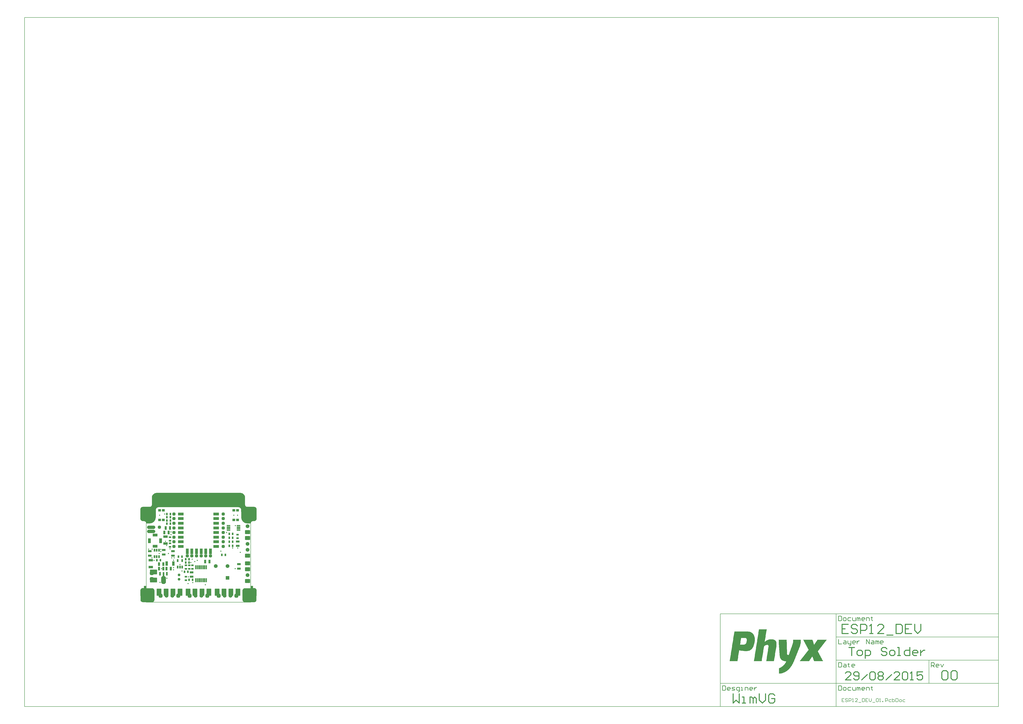
<source format=gts>
G04 Layer_Color=8388736*
%FSLAX25Y25*%
%MOIN*%
G70*
G01*
G75*
%ADD10C,0.00787*%
%ADD13C,0.00787*%
%ADD14C,0.01575*%
%ADD41C,0.00984*%
%ADD56R,0.03937X0.05906*%
%ADD57R,0.02953X0.04528*%
G04:AMPARAMS|DCode=58|XSize=80.71mil|YSize=131.89mil|CornerRadius=0mil|HoleSize=0mil|Usage=FLASHONLY|Rotation=0.000|XOffset=0mil|YOffset=0mil|HoleType=Round|Shape=Octagon|*
%AMOCTAGOND58*
4,1,8,-0.02018,0.06594,0.02018,0.06594,0.04035,0.04577,0.04035,-0.04577,0.02018,-0.06594,-0.02018,-0.06594,-0.04035,-0.04577,-0.04035,0.04577,-0.02018,0.06594,0.0*
%
%ADD58OCTAGOND58*%

%ADD59R,0.02953X0.06102*%
%ADD60R,0.02953X0.07677*%
%ADD61R,0.06496X0.03347*%
%ADD62R,0.04134X0.07677*%
%ADD63R,0.08465X0.04921*%
%ADD64R,0.04921X0.08465*%
%ADD65R,0.02953X0.04134*%
%ADD66R,0.03347X0.06496*%
%ADD67R,0.01969X0.06890*%
G04:AMPARAMS|DCode=68|XSize=88.58mil|YSize=64.96mil|CornerRadius=10.34mil|HoleSize=0mil|Usage=FLASHONLY|Rotation=180.000|XOffset=0mil|YOffset=0mil|HoleType=Round|Shape=RoundedRectangle|*
%AMROUNDEDRECTD68*
21,1,0.08858,0.04429,0,0,180.0*
21,1,0.06791,0.06496,0,0,180.0*
1,1,0.02067,-0.03396,0.02215*
1,1,0.02067,0.03396,0.02215*
1,1,0.02067,0.03396,-0.02215*
1,1,0.02067,-0.03396,-0.02215*
%
%ADD68ROUNDEDRECTD68*%
G04:AMPARAMS|DCode=69|XSize=120.47mil|YSize=81.1mil|CornerRadius=5.12mil|HoleSize=0mil|Usage=FLASHONLY|Rotation=90.000|XOffset=0mil|YOffset=0mil|HoleType=Round|Shape=RoundedRectangle|*
%AMROUNDEDRECTD69*
21,1,0.12047,0.07087,0,0,90.0*
21,1,0.11024,0.08110,0,0,90.0*
1,1,0.01024,0.03543,0.05512*
1,1,0.01024,0.03543,-0.05512*
1,1,0.01024,-0.03543,-0.05512*
1,1,0.01024,-0.03543,0.05512*
%
%ADD69ROUNDEDRECTD69*%
%ADD70R,0.04134X0.02953*%
G04:AMPARAMS|DCode=71|XSize=120.47mil|YSize=81.1mil|CornerRadius=5.12mil|HoleSize=0mil|Usage=FLASHONLY|Rotation=180.000|XOffset=0mil|YOffset=0mil|HoleType=Round|Shape=RoundedRectangle|*
%AMROUNDEDRECTD71*
21,1,0.12047,0.07087,0,0,180.0*
21,1,0.11024,0.08110,0,0,180.0*
1,1,0.01024,-0.05512,0.03543*
1,1,0.01024,0.05512,0.03543*
1,1,0.01024,0.05512,-0.03543*
1,1,0.01024,-0.05512,-0.03543*
%
%ADD71ROUNDEDRECTD71*%
%ADD72R,0.04528X0.04134*%
%ADD73R,0.04528X0.09449*%
%ADD74R,0.09449X0.04528*%
%ADD75R,0.05906X0.02165*%
%ADD76R,0.07677X0.04134*%
%ADD77C,0.05709*%
%ADD78C,0.05709*%
%ADD79R,0.06496X0.06496*%
%ADD80C,0.06496*%
G04:AMPARAMS|DCode=81|XSize=64.96mil|YSize=64.96mil|CornerRadius=17.72mil|HoleSize=0mil|Usage=FLASHONLY|Rotation=180.000|XOffset=0mil|YOffset=0mil|HoleType=Round|Shape=RoundedRectangle|*
%AMROUNDEDRECTD81*
21,1,0.06496,0.02953,0,0,180.0*
21,1,0.02953,0.06496,0,0,180.0*
1,1,0.03543,-0.01476,0.01476*
1,1,0.03543,0.01476,0.01476*
1,1,0.03543,0.01476,-0.01476*
1,1,0.03543,-0.01476,-0.01476*
%
%ADD81ROUNDEDRECTD81*%
G04:AMPARAMS|DCode=82|XSize=64.96mil|YSize=64.96mil|CornerRadius=17.72mil|HoleSize=0mil|Usage=FLASHONLY|Rotation=90.000|XOffset=0mil|YOffset=0mil|HoleType=Round|Shape=RoundedRectangle|*
%AMROUNDEDRECTD82*
21,1,0.06496,0.02953,0,0,90.0*
21,1,0.02953,0.06496,0,0,90.0*
1,1,0.03543,0.01476,0.01476*
1,1,0.03543,0.01476,-0.01476*
1,1,0.03543,-0.01476,-0.01476*
1,1,0.03543,-0.01476,0.01476*
%
%ADD82ROUNDEDRECTD82*%
%ADD83C,0.06496*%
%ADD84R,0.06496X0.06496*%
%ADD85C,0.22441*%
%ADD86C,0.04528*%
%ADD87C,0.01969*%
G36*
X20713Y23521D02*
X21670Y23124D01*
X22493Y22493D01*
X23124Y21670D01*
X23521Y20713D01*
X23622Y19943D01*
Y19685D01*
Y3937D01*
Y3679D01*
X23521Y2909D01*
X23124Y1952D01*
X22493Y1129D01*
X21670Y498D01*
X20713Y101D01*
X19943Y0D01*
X3679D01*
X2909Y101D01*
X1952Y498D01*
X1129Y1129D01*
X498Y1952D01*
X101Y2909D01*
X0Y3679D01*
Y3937D01*
Y19685D01*
Y19943D01*
X101Y20713D01*
X498Y21670D01*
X1129Y22493D01*
X1952Y23124D01*
X2909Y23521D01*
X3679Y23622D01*
X19943D01*
X20713Y23521D01*
D02*
G37*
G36*
X193941D02*
X194899Y23124D01*
X195721Y22493D01*
X196352Y21670D01*
X196749Y20713D01*
X196850Y19943D01*
Y19685D01*
Y3937D01*
Y3679D01*
X196749Y2909D01*
X196352Y1952D01*
X195721Y1129D01*
X194899Y498D01*
X193941Y101D01*
X193171Y0D01*
X176907D01*
X176138Y101D01*
X175180Y498D01*
X174357Y1129D01*
X173726Y1952D01*
X173330Y2909D01*
X173228Y3679D01*
Y3937D01*
Y19685D01*
Y19943D01*
X173330Y20713D01*
X173726Y21670D01*
X174357Y22493D01*
X175180Y23124D01*
X176138Y23521D01*
X176907Y23622D01*
X193171D01*
X193941Y23521D01*
D02*
G37*
G36*
X170920Y185353D02*
X172486Y184878D01*
X173929Y184106D01*
X174877Y183328D01*
X175165Y183040D01*
X175450Y182755D01*
X176215Y181822D01*
X176975Y180402D01*
X177442Y178860D01*
X177560Y177659D01*
Y177258D01*
Y163617D01*
X177663Y163369D01*
X178295Y162546D01*
X179117Y161915D01*
X180075Y161519D01*
X180844Y161417D01*
X193171D01*
X193941Y161316D01*
X194899Y160919D01*
X195721Y160288D01*
X196352Y159466D01*
X196749Y158508D01*
X196850Y157738D01*
Y157480D01*
Y141732D01*
Y141474D01*
X196749Y140705D01*
X196352Y139747D01*
X195721Y138924D01*
X194899Y138293D01*
X193941Y137897D01*
X193171Y137795D01*
X190687D01*
X189917Y137694D01*
X188959Y137297D01*
X188137Y136666D01*
X187506Y135844D01*
X187109Y134886D01*
X187008Y134116D01*
Y133858D01*
X187008Y133858D01*
X180769D01*
X179299Y134003D01*
X177415Y134575D01*
X175677Y135503D01*
X174155Y136753D01*
X172905Y138276D01*
X171976Y140013D01*
X171405Y141898D01*
X171260Y143367D01*
Y143858D01*
Y153148D01*
X171181D01*
X170957Y153241D01*
X170865Y153465D01*
Y153543D01*
Y156417D01*
Y156719D01*
X170746Y157619D01*
X170282Y158740D01*
X169544Y159702D01*
X168582Y160440D01*
X167462Y160904D01*
X166562Y161022D01*
X30289D01*
X29388Y160904D01*
X28268Y160440D01*
X27306Y159702D01*
X26568Y158740D01*
X26104Y157619D01*
X25986Y156719D01*
Y156417D01*
Y153543D01*
Y153465D01*
X25893Y153241D01*
X25669Y153148D01*
X25591D01*
Y143858D01*
Y143367D01*
X25446Y141898D01*
X24874Y140013D01*
X23945Y138276D01*
X22696Y136753D01*
X21173Y135503D01*
X19436Y134575D01*
X17551Y134003D01*
X16082Y133858D01*
X9843D01*
X9843Y133858D01*
Y134116D01*
X9741Y134886D01*
X9345Y135844D01*
X8713Y136666D01*
X7891Y137297D01*
X6933Y137694D01*
X6164Y137795D01*
X3679D01*
X2909Y137897D01*
X1952Y138293D01*
X1129Y138924D01*
X498Y139747D01*
X101Y140705D01*
X0Y141474D01*
Y141732D01*
Y157480D01*
Y157738D01*
X101Y158508D01*
X498Y159466D01*
X1129Y160288D01*
X1952Y160919D01*
X2909Y161316D01*
X3679Y161417D01*
X16006D01*
X16776Y161519D01*
X17733Y161915D01*
X18556Y162546D01*
X19187Y163369D01*
X19290Y163617D01*
Y177258D01*
Y177659D01*
X19408Y178860D01*
X19876Y180402D01*
X20635Y181822D01*
X21401Y182755D01*
X21685Y183040D01*
X21973Y183328D01*
X22921Y184106D01*
X24365Y184878D01*
X25931Y185353D01*
X27151Y185473D01*
X169699D01*
X170920Y185353D01*
D02*
G37*
G36*
X1121080Y-64032D02*
Y-64318D01*
Y-64605D01*
Y-64891D01*
Y-65177D01*
Y-65464D01*
Y-65750D01*
Y-66036D01*
Y-66322D01*
Y-66609D01*
Y-66895D01*
Y-67181D01*
Y-67468D01*
Y-67754D01*
Y-68040D01*
Y-68327D01*
Y-68613D01*
Y-68899D01*
Y-69186D01*
Y-69472D01*
Y-69758D01*
X1120793D01*
Y-70044D01*
Y-70331D01*
Y-70617D01*
Y-70903D01*
Y-71190D01*
X1120507D01*
Y-71476D01*
Y-71762D01*
Y-72049D01*
Y-72335D01*
X1120221D01*
Y-72621D01*
Y-72908D01*
Y-73194D01*
Y-73480D01*
X1119934D01*
Y-73767D01*
Y-74053D01*
Y-74339D01*
X1119648D01*
Y-74625D01*
Y-74912D01*
Y-75198D01*
X1119362D01*
Y-75485D01*
Y-75771D01*
Y-76057D01*
X1119075D01*
Y-76343D01*
Y-76630D01*
Y-76916D01*
X1118789D01*
Y-77202D01*
Y-77489D01*
X1118503D01*
Y-77775D01*
Y-78061D01*
X1118217D01*
Y-78348D01*
Y-78634D01*
Y-78920D01*
X1117930D01*
Y-79207D01*
Y-79493D01*
X1117644D01*
Y-79779D01*
Y-80066D01*
Y-80352D01*
X1117358D01*
Y-80638D01*
Y-80924D01*
X1117071D01*
Y-81211D01*
Y-81497D01*
Y-81783D01*
X1116785D01*
Y-82070D01*
Y-82356D01*
X1116499D01*
Y-82642D01*
Y-82929D01*
Y-83215D01*
X1116212D01*
Y-83501D01*
Y-83788D01*
X1115926D01*
Y-84074D01*
Y-84360D01*
Y-84646D01*
X1115640D01*
Y-84933D01*
Y-85219D01*
X1115353D01*
Y-85505D01*
Y-85792D01*
Y-86078D01*
X1115067D01*
Y-86364D01*
Y-86651D01*
X1114781D01*
Y-86937D01*
Y-87223D01*
Y-87510D01*
X1114494D01*
Y-87796D01*
Y-88082D01*
X1114208D01*
Y-88369D01*
Y-88655D01*
Y-88941D01*
X1113922D01*
Y-89227D01*
Y-89514D01*
X1113636D01*
Y-89800D01*
Y-90086D01*
Y-90373D01*
X1113349D01*
Y-90659D01*
Y-90945D01*
X1113063D01*
Y-91232D01*
Y-91518D01*
Y-91804D01*
X1112776D01*
Y-92091D01*
Y-92377D01*
X1112490D01*
Y-92663D01*
Y-92950D01*
Y-93236D01*
X1112204D01*
Y-93522D01*
Y-93809D01*
X1111918D01*
Y-94095D01*
Y-94381D01*
Y-94667D01*
X1111631D01*
Y-94954D01*
Y-95240D01*
X1111345D01*
Y-95526D01*
Y-95813D01*
Y-96099D01*
X1111059D01*
Y-96385D01*
Y-96672D01*
X1110772D01*
Y-96958D01*
Y-97244D01*
Y-97531D01*
X1110486D01*
Y-97817D01*
Y-98103D01*
X1110200D01*
Y-98390D01*
Y-98676D01*
Y-98962D01*
X1109913D01*
Y-99248D01*
Y-99535D01*
X1109627D01*
Y-99821D01*
Y-100107D01*
Y-100394D01*
X1109341D01*
Y-100680D01*
Y-100966D01*
X1109054D01*
Y-101253D01*
Y-101539D01*
X1108768D01*
Y-101825D01*
Y-102112D01*
X1108482D01*
Y-102398D01*
Y-102684D01*
Y-102971D01*
X1108195D01*
Y-103257D01*
X1107909D01*
Y-103543D01*
Y-103829D01*
Y-104116D01*
X1107623D01*
Y-104402D01*
X1107337D01*
Y-104688D01*
Y-104975D01*
X1107050D01*
Y-105261D01*
Y-105547D01*
X1106764D01*
Y-105834D01*
Y-106120D01*
X1106478D01*
Y-106406D01*
Y-106693D01*
X1106191D01*
Y-106979D01*
X1105905D01*
Y-107265D01*
Y-107552D01*
X1105619D01*
Y-107838D01*
Y-108124D01*
X1105332D01*
Y-108411D01*
X1105046D01*
Y-108697D01*
X1104760D01*
Y-108983D01*
Y-109269D01*
X1104473D01*
Y-109556D01*
X1104187D01*
Y-109842D01*
Y-110128D01*
X1103901D01*
Y-110415D01*
X1103615D01*
Y-110701D01*
X1103328D01*
Y-110987D01*
Y-111274D01*
X1103042D01*
Y-111560D01*
X1102756D01*
Y-111846D01*
X1102469D01*
Y-112133D01*
X1102183D01*
Y-112419D01*
X1101897D01*
Y-112705D01*
Y-112991D01*
X1101610D01*
Y-113278D01*
X1101324D01*
Y-113564D01*
X1101038D01*
Y-113850D01*
X1100751D01*
Y-114137D01*
X1100465D01*
Y-114423D01*
X1100179D01*
Y-114709D01*
X1099892D01*
Y-114996D01*
X1099320D01*
Y-115282D01*
X1099034D01*
Y-115568D01*
X1098747D01*
Y-115855D01*
X1098461D01*
Y-116141D01*
X1098175D01*
Y-116427D01*
X1097602D01*
Y-116714D01*
X1097316D01*
Y-117000D01*
X1096743D01*
Y-117286D01*
X1096457D01*
Y-117572D01*
X1095884D01*
Y-117859D01*
X1095598D01*
Y-118145D01*
X1095025D01*
Y-118431D01*
X1094452D01*
Y-118718D01*
X1093880D01*
Y-119004D01*
X1093307D01*
Y-119290D01*
X1092735D01*
Y-119577D01*
X1091876D01*
Y-119863D01*
X1091303D01*
Y-120149D01*
X1090444D01*
Y-120436D01*
X1089299D01*
Y-120722D01*
X1088154D01*
Y-121008D01*
X1086436D01*
Y-121294D01*
X1084432D01*
Y-121581D01*
X1084145D01*
Y-121294D01*
Y-121008D01*
Y-120722D01*
Y-120436D01*
Y-120149D01*
Y-119863D01*
Y-119577D01*
Y-119290D01*
Y-119004D01*
Y-118718D01*
Y-118431D01*
Y-118145D01*
Y-117859D01*
Y-117572D01*
Y-117286D01*
Y-117000D01*
Y-116714D01*
Y-116427D01*
Y-116141D01*
Y-115855D01*
Y-115568D01*
Y-115282D01*
Y-114996D01*
Y-114709D01*
Y-114423D01*
Y-114137D01*
Y-113850D01*
Y-113564D01*
Y-113278D01*
Y-112991D01*
Y-112705D01*
Y-112419D01*
Y-112133D01*
X1084718D01*
Y-111846D01*
X1085291D01*
Y-111560D01*
X1085863D01*
Y-111274D01*
X1086436D01*
Y-110987D01*
X1087008D01*
Y-110701D01*
X1087581D01*
Y-110415D01*
X1087867D01*
Y-110128D01*
X1088440D01*
Y-109842D01*
X1088726D01*
Y-109556D01*
X1089299D01*
Y-109269D01*
X1089585D01*
Y-108983D01*
X1089872D01*
Y-108697D01*
X1090444D01*
Y-108411D01*
X1090730D01*
Y-108124D01*
X1091017D01*
Y-107838D01*
X1091303D01*
Y-107552D01*
X1091589D01*
Y-107265D01*
X1091876D01*
Y-106979D01*
X1092162D01*
Y-106693D01*
X1092448D01*
Y-106406D01*
X1092735D01*
Y-106120D01*
X1093021D01*
Y-105834D01*
X1093307D01*
Y-105547D01*
X1093594D01*
Y-105261D01*
Y-104975D01*
X1093880D01*
Y-104688D01*
X1094166D01*
Y-104402D01*
X1094452D01*
Y-104116D01*
Y-103829D01*
X1094739D01*
Y-103543D01*
X1095025D01*
Y-103257D01*
Y-102971D01*
X1095311D01*
Y-102684D01*
Y-102398D01*
X1095598D01*
Y-102112D01*
X1095884D01*
Y-101825D01*
Y-101539D01*
X1096170D01*
Y-101253D01*
Y-100966D01*
X1096457D01*
Y-100680D01*
Y-100394D01*
X1094739D01*
Y-100107D01*
X1092735D01*
Y-99821D01*
X1091589D01*
Y-99535D01*
X1091017D01*
Y-99248D01*
X1090158D01*
Y-98962D01*
X1089585D01*
Y-98676D01*
X1089299D01*
Y-98390D01*
X1088726D01*
Y-98103D01*
X1088440D01*
Y-97817D01*
X1088154D01*
Y-97531D01*
X1087867D01*
Y-97244D01*
X1087581D01*
Y-96958D01*
X1087295D01*
Y-96672D01*
Y-96385D01*
X1087008D01*
Y-96099D01*
X1086722D01*
Y-95813D01*
Y-95526D01*
X1086436D01*
Y-95240D01*
Y-94954D01*
X1086149D01*
Y-94667D01*
Y-94381D01*
X1085863D01*
Y-94095D01*
Y-93809D01*
Y-93522D01*
X1085577D01*
Y-93236D01*
Y-92950D01*
Y-92663D01*
Y-92377D01*
X1085291D01*
Y-92091D01*
Y-91804D01*
Y-91518D01*
Y-91232D01*
Y-90945D01*
Y-90659D01*
Y-90373D01*
X1085004D01*
Y-90086D01*
Y-89800D01*
Y-89514D01*
Y-89227D01*
Y-88941D01*
Y-88655D01*
Y-88369D01*
Y-88082D01*
Y-87796D01*
Y-87510D01*
Y-87223D01*
Y-86937D01*
Y-86651D01*
Y-86364D01*
Y-86078D01*
X1084718D01*
Y-85792D01*
Y-85505D01*
Y-85219D01*
Y-84933D01*
Y-84646D01*
Y-84360D01*
Y-84074D01*
Y-83788D01*
Y-83501D01*
Y-83215D01*
Y-82929D01*
Y-82642D01*
Y-82356D01*
Y-82070D01*
Y-81783D01*
X1084432D01*
Y-81497D01*
Y-81211D01*
Y-80924D01*
Y-80638D01*
Y-80352D01*
Y-80066D01*
Y-79779D01*
Y-79493D01*
Y-79207D01*
Y-78920D01*
Y-78634D01*
Y-78348D01*
Y-78061D01*
Y-77775D01*
Y-77489D01*
Y-77202D01*
X1084145D01*
Y-76916D01*
Y-76630D01*
Y-76343D01*
Y-76057D01*
Y-75771D01*
Y-75485D01*
Y-75198D01*
Y-74912D01*
Y-74625D01*
Y-74339D01*
Y-74053D01*
Y-73767D01*
Y-73480D01*
Y-73194D01*
Y-72908D01*
Y-72621D01*
X1083859D01*
Y-72335D01*
Y-72049D01*
Y-71762D01*
Y-71476D01*
Y-71190D01*
Y-70903D01*
Y-70617D01*
Y-70331D01*
Y-70044D01*
Y-69758D01*
Y-69472D01*
Y-69186D01*
Y-68899D01*
Y-68613D01*
X1083573D01*
Y-68327D01*
Y-68040D01*
Y-67754D01*
Y-67468D01*
Y-67181D01*
Y-66895D01*
Y-66609D01*
Y-66322D01*
Y-66036D01*
Y-65750D01*
Y-65464D01*
Y-65177D01*
Y-64891D01*
Y-64605D01*
Y-64318D01*
Y-64032D01*
X1083286D01*
Y-63746D01*
X1097029D01*
Y-64032D01*
Y-64318D01*
Y-64605D01*
Y-64891D01*
Y-65177D01*
Y-65464D01*
Y-65750D01*
Y-66036D01*
Y-66322D01*
Y-66609D01*
Y-66895D01*
Y-67181D01*
Y-67468D01*
Y-67754D01*
X1097316D01*
Y-68040D01*
Y-68327D01*
Y-68613D01*
Y-68899D01*
Y-69186D01*
Y-69472D01*
Y-69758D01*
Y-70044D01*
Y-70331D01*
Y-70617D01*
Y-70903D01*
Y-71190D01*
Y-71476D01*
Y-71762D01*
Y-72049D01*
Y-72335D01*
Y-72621D01*
Y-72908D01*
Y-73194D01*
Y-73480D01*
Y-73767D01*
Y-74053D01*
Y-74339D01*
Y-74625D01*
Y-74912D01*
Y-75198D01*
Y-75485D01*
Y-75771D01*
Y-76057D01*
Y-76343D01*
Y-76630D01*
Y-76916D01*
Y-77202D01*
Y-77489D01*
Y-77775D01*
Y-78061D01*
Y-78348D01*
Y-78634D01*
Y-78920D01*
Y-79207D01*
Y-79493D01*
X1097602D01*
Y-79779D01*
X1097316D01*
Y-80066D01*
Y-80352D01*
X1097602D01*
Y-80638D01*
Y-80924D01*
Y-81211D01*
Y-81497D01*
Y-81783D01*
Y-82070D01*
Y-82356D01*
Y-82642D01*
Y-82929D01*
Y-83215D01*
Y-83501D01*
Y-83788D01*
Y-84074D01*
Y-84360D01*
Y-84646D01*
Y-84933D01*
Y-85219D01*
Y-85505D01*
Y-85792D01*
Y-86078D01*
Y-86364D01*
Y-86651D01*
Y-86937D01*
Y-87223D01*
Y-87510D01*
Y-87796D01*
X1097888D01*
Y-88082D01*
Y-88369D01*
Y-88655D01*
X1098175D01*
Y-88941D01*
X1098461D01*
Y-89227D01*
X1098747D01*
Y-89514D01*
X1099606D01*
Y-89800D01*
X1100465D01*
Y-89514D01*
X1100751D01*
Y-89227D01*
Y-88941D01*
Y-88655D01*
X1101038D01*
Y-88369D01*
Y-88082D01*
X1101324D01*
Y-87796D01*
Y-87510D01*
Y-87223D01*
X1101610D01*
Y-86937D01*
Y-86651D01*
Y-86364D01*
X1101897D01*
Y-86078D01*
Y-85792D01*
Y-85505D01*
X1102183D01*
Y-85219D01*
Y-84933D01*
Y-84646D01*
X1102469D01*
Y-84360D01*
Y-84074D01*
X1102756D01*
Y-83788D01*
Y-83501D01*
Y-83215D01*
X1103042D01*
Y-82929D01*
Y-82642D01*
Y-82356D01*
X1103328D01*
Y-82070D01*
Y-81783D01*
Y-81497D01*
X1103615D01*
Y-81211D01*
Y-80924D01*
X1103901D01*
Y-80638D01*
Y-80352D01*
Y-80066D01*
X1104187D01*
Y-79779D01*
Y-79493D01*
Y-79207D01*
X1104473D01*
Y-78920D01*
Y-78634D01*
Y-78348D01*
X1104760D01*
Y-78061D01*
Y-77775D01*
X1105046D01*
Y-77489D01*
Y-77202D01*
Y-76916D01*
X1105332D01*
Y-76630D01*
Y-76343D01*
Y-76057D01*
X1105619D01*
Y-75771D01*
Y-75485D01*
Y-75198D01*
X1105905D01*
Y-74912D01*
Y-74625D01*
X1106191D01*
Y-74339D01*
Y-74053D01*
Y-73767D01*
X1106478D01*
Y-73480D01*
Y-73194D01*
Y-72908D01*
X1106764D01*
Y-72621D01*
Y-72335D01*
Y-72049D01*
X1107050D01*
Y-71762D01*
Y-71476D01*
Y-71190D01*
Y-70903D01*
X1107337D01*
Y-70617D01*
Y-70331D01*
Y-70044D01*
Y-69758D01*
X1107623D01*
Y-69472D01*
Y-69186D01*
Y-68899D01*
Y-68613D01*
Y-68327D01*
X1107909D01*
Y-68040D01*
Y-67754D01*
Y-67468D01*
Y-67181D01*
Y-66895D01*
Y-66609D01*
X1108195D01*
Y-66322D01*
Y-66036D01*
Y-65750D01*
Y-65464D01*
Y-65177D01*
Y-64891D01*
Y-64605D01*
Y-64318D01*
Y-64032D01*
Y-63746D01*
X1121080D01*
Y-64032D01*
D02*
G37*
G36*
X1063244Y-46567D02*
Y-46853D01*
X1062958D01*
Y-47139D01*
Y-47426D01*
Y-47712D01*
Y-47998D01*
Y-48285D01*
Y-48571D01*
X1062672D01*
Y-48857D01*
Y-49144D01*
Y-49430D01*
Y-49716D01*
Y-50003D01*
Y-50289D01*
X1062385D01*
Y-50575D01*
Y-50862D01*
Y-51148D01*
Y-51434D01*
Y-51720D01*
Y-52007D01*
Y-52293D01*
X1062099D01*
Y-52579D01*
Y-52866D01*
Y-53152D01*
Y-53438D01*
Y-53725D01*
Y-54011D01*
X1061813D01*
Y-54297D01*
Y-54584D01*
Y-54870D01*
Y-55156D01*
Y-55443D01*
Y-55729D01*
X1061526D01*
Y-56015D01*
Y-56301D01*
Y-56588D01*
Y-56874D01*
Y-57161D01*
Y-57447D01*
Y-57733D01*
X1061240D01*
Y-58019D01*
Y-58306D01*
Y-58592D01*
Y-58878D01*
Y-59165D01*
Y-59451D01*
X1060954D01*
Y-59737D01*
Y-60024D01*
Y-60310D01*
Y-60596D01*
Y-60883D01*
Y-61169D01*
X1060668D01*
Y-61455D01*
Y-61742D01*
Y-62028D01*
Y-62314D01*
Y-62600D01*
Y-62887D01*
X1060381D01*
Y-63173D01*
Y-63459D01*
Y-63746D01*
Y-64032D01*
Y-64318D01*
Y-64605D01*
Y-64891D01*
X1060095D01*
Y-65177D01*
Y-65464D01*
Y-65750D01*
Y-66036D01*
Y-66322D01*
Y-66609D01*
X1059809D01*
Y-66895D01*
Y-67181D01*
X1060381D01*
Y-66895D01*
X1060668D01*
Y-66609D01*
X1060954D01*
Y-66322D01*
X1061526D01*
Y-66036D01*
X1061813D01*
Y-65750D01*
X1062099D01*
Y-65464D01*
X1062672D01*
Y-65177D01*
X1063244D01*
Y-64891D01*
X1063531D01*
Y-64605D01*
X1064103D01*
Y-64318D01*
X1064962D01*
Y-64032D01*
X1065535D01*
Y-63746D01*
X1066394D01*
Y-63459D01*
X1067825D01*
Y-63173D01*
X1074124D01*
Y-63459D01*
X1075270D01*
Y-63746D01*
X1076128D01*
Y-64032D01*
X1076701D01*
Y-64318D01*
X1076987D01*
Y-64605D01*
X1077560D01*
Y-64891D01*
X1077846D01*
Y-65177D01*
X1078133D01*
Y-65464D01*
X1078419D01*
Y-65750D01*
X1078705D01*
Y-66036D01*
Y-66322D01*
X1078992D01*
Y-66609D01*
Y-66895D01*
X1079278D01*
Y-67181D01*
Y-67468D01*
Y-67754D01*
X1079564D01*
Y-68040D01*
Y-68327D01*
Y-68613D01*
Y-68899D01*
X1079850D01*
Y-69186D01*
Y-69472D01*
Y-69758D01*
Y-70044D01*
Y-70331D01*
Y-70617D01*
Y-70903D01*
Y-71190D01*
Y-71476D01*
Y-71762D01*
Y-72049D01*
Y-72335D01*
Y-72621D01*
Y-72908D01*
Y-73194D01*
Y-73480D01*
Y-73767D01*
Y-74053D01*
X1079564D01*
Y-74339D01*
Y-74625D01*
Y-74912D01*
Y-75198D01*
Y-75485D01*
Y-75771D01*
Y-76057D01*
X1079278D01*
Y-76343D01*
Y-76630D01*
Y-76916D01*
Y-77202D01*
Y-77489D01*
Y-77775D01*
Y-78061D01*
X1078992D01*
Y-78348D01*
Y-78634D01*
Y-78920D01*
Y-79207D01*
Y-79493D01*
Y-79779D01*
X1078705D01*
Y-80066D01*
Y-80352D01*
Y-80638D01*
Y-80924D01*
Y-81211D01*
Y-81497D01*
X1078419D01*
Y-81783D01*
Y-82070D01*
Y-82356D01*
Y-82642D01*
Y-82929D01*
Y-83215D01*
X1078133D01*
Y-83501D01*
Y-83788D01*
Y-84074D01*
Y-84360D01*
Y-84646D01*
Y-84933D01*
Y-85219D01*
X1077846D01*
Y-85505D01*
Y-85792D01*
Y-86078D01*
Y-86364D01*
Y-86651D01*
Y-86937D01*
X1077560D01*
Y-87223D01*
Y-87510D01*
Y-87796D01*
Y-88082D01*
Y-88369D01*
Y-88655D01*
X1077274D01*
Y-88941D01*
Y-89227D01*
Y-89514D01*
Y-89800D01*
Y-90086D01*
Y-90373D01*
Y-90659D01*
X1076987D01*
Y-90945D01*
Y-91232D01*
Y-91518D01*
Y-91804D01*
Y-92091D01*
Y-92377D01*
X1076701D01*
Y-92663D01*
Y-92950D01*
Y-93236D01*
Y-93522D01*
Y-93809D01*
Y-94095D01*
X1076415D01*
Y-94381D01*
Y-94667D01*
Y-94954D01*
Y-95240D01*
Y-95526D01*
Y-95813D01*
X1076128D01*
Y-96099D01*
Y-96385D01*
Y-96672D01*
Y-96958D01*
Y-97244D01*
Y-97531D01*
Y-97817D01*
X1075842D01*
Y-98103D01*
Y-98390D01*
Y-98676D01*
Y-98962D01*
Y-99248D01*
Y-99535D01*
X1075556D01*
Y-99821D01*
Y-100107D01*
X1062385D01*
Y-99821D01*
Y-99535D01*
X1062672D01*
Y-99248D01*
Y-98962D01*
Y-98676D01*
Y-98390D01*
Y-98103D01*
Y-97817D01*
X1062958D01*
Y-97531D01*
Y-97244D01*
Y-96958D01*
Y-96672D01*
Y-96385D01*
Y-96099D01*
Y-95813D01*
X1063244D01*
Y-95526D01*
Y-95240D01*
Y-94954D01*
Y-94667D01*
Y-94381D01*
Y-94095D01*
X1063531D01*
Y-93809D01*
Y-93522D01*
Y-93236D01*
Y-92950D01*
Y-92663D01*
Y-92377D01*
X1063817D01*
Y-92091D01*
Y-91804D01*
Y-91518D01*
Y-91232D01*
Y-90945D01*
Y-90659D01*
Y-90373D01*
X1064103D01*
Y-90086D01*
Y-89800D01*
Y-89514D01*
Y-89227D01*
Y-88941D01*
Y-88655D01*
X1064390D01*
Y-88369D01*
Y-88082D01*
Y-87796D01*
Y-87510D01*
Y-87223D01*
Y-86937D01*
Y-86651D01*
X1064676D01*
Y-86364D01*
Y-86078D01*
Y-85792D01*
Y-85505D01*
Y-85219D01*
Y-84933D01*
X1064962D01*
Y-84646D01*
Y-84360D01*
Y-84074D01*
Y-83788D01*
Y-83501D01*
Y-83215D01*
X1065249D01*
Y-82929D01*
Y-82642D01*
Y-82356D01*
Y-82070D01*
Y-81783D01*
Y-81497D01*
X1065535D01*
Y-81211D01*
Y-80924D01*
Y-80638D01*
Y-80352D01*
Y-80066D01*
Y-79779D01*
Y-79493D01*
X1065821D01*
Y-79207D01*
Y-78920D01*
Y-78634D01*
Y-78348D01*
Y-78061D01*
Y-77775D01*
X1066107D01*
Y-77489D01*
Y-77202D01*
Y-76916D01*
Y-76630D01*
Y-76343D01*
Y-76057D01*
Y-75771D01*
X1066394D01*
Y-75485D01*
Y-75198D01*
Y-74912D01*
Y-74625D01*
Y-74339D01*
Y-74053D01*
X1066107D01*
Y-73767D01*
Y-73480D01*
X1065821D01*
Y-73194D01*
X1065535D01*
Y-72908D01*
X1064962D01*
Y-72621D01*
X1063244D01*
Y-72908D01*
X1061813D01*
Y-73194D01*
X1060954D01*
Y-73480D01*
X1060381D01*
Y-73767D01*
X1060095D01*
Y-74053D01*
X1059522D01*
Y-74339D01*
X1059236D01*
Y-74625D01*
X1058950D01*
Y-74912D01*
Y-75198D01*
X1058663D01*
Y-75485D01*
Y-75771D01*
Y-76057D01*
X1058377D01*
Y-76343D01*
Y-76630D01*
Y-76916D01*
Y-77202D01*
Y-77489D01*
Y-77775D01*
X1058091D01*
Y-78061D01*
Y-78348D01*
Y-78634D01*
Y-78920D01*
Y-79207D01*
Y-79493D01*
Y-79779D01*
X1057804D01*
Y-80066D01*
Y-80352D01*
Y-80638D01*
Y-80924D01*
Y-81211D01*
Y-81497D01*
X1057518D01*
Y-81783D01*
Y-82070D01*
Y-82356D01*
Y-82642D01*
Y-82929D01*
Y-83215D01*
X1057232D01*
Y-83501D01*
Y-83788D01*
Y-84074D01*
Y-84360D01*
Y-84646D01*
Y-84933D01*
X1056946D01*
Y-85219D01*
Y-85505D01*
Y-85792D01*
Y-86078D01*
Y-86364D01*
Y-86651D01*
Y-86937D01*
X1056659D01*
Y-87223D01*
Y-87510D01*
Y-87796D01*
Y-88082D01*
Y-88369D01*
Y-88655D01*
X1056373D01*
Y-88941D01*
Y-89227D01*
Y-89514D01*
Y-89800D01*
Y-90086D01*
Y-90373D01*
X1056087D01*
Y-90659D01*
Y-90945D01*
Y-91232D01*
Y-91518D01*
Y-91804D01*
Y-92091D01*
Y-92377D01*
X1055800D01*
Y-92663D01*
Y-92950D01*
Y-93236D01*
Y-93522D01*
Y-93809D01*
Y-94095D01*
X1055514D01*
Y-94381D01*
Y-94667D01*
Y-94954D01*
Y-95240D01*
Y-95526D01*
Y-95813D01*
X1055228D01*
Y-96099D01*
Y-96385D01*
Y-96672D01*
Y-96958D01*
Y-97244D01*
Y-97531D01*
X1054941D01*
Y-97817D01*
Y-98103D01*
Y-98390D01*
Y-98676D01*
Y-98962D01*
Y-99248D01*
Y-99535D01*
X1054655D01*
Y-99821D01*
Y-100107D01*
X1041485D01*
Y-99821D01*
Y-99535D01*
X1041771D01*
Y-99248D01*
Y-98962D01*
Y-98676D01*
Y-98390D01*
Y-98103D01*
Y-97817D01*
Y-97531D01*
X1042057D01*
Y-97244D01*
Y-96958D01*
Y-96672D01*
Y-96385D01*
Y-96099D01*
Y-95813D01*
X1042344D01*
Y-95526D01*
Y-95240D01*
Y-94954D01*
Y-94667D01*
Y-94381D01*
Y-94095D01*
X1042630D01*
Y-93809D01*
Y-93522D01*
Y-93236D01*
Y-92950D01*
Y-92663D01*
Y-92377D01*
Y-92091D01*
X1042916D01*
Y-91804D01*
Y-91518D01*
Y-91232D01*
Y-90945D01*
Y-90659D01*
Y-90373D01*
X1043202D01*
Y-90086D01*
Y-89800D01*
Y-89514D01*
Y-89227D01*
Y-88941D01*
Y-88655D01*
X1043489D01*
Y-88369D01*
Y-88082D01*
Y-87796D01*
Y-87510D01*
Y-87223D01*
Y-86937D01*
X1043775D01*
Y-86651D01*
Y-86364D01*
Y-86078D01*
Y-85792D01*
Y-85505D01*
Y-85219D01*
Y-84933D01*
X1044061D01*
Y-84646D01*
Y-84360D01*
Y-84074D01*
Y-83788D01*
Y-83501D01*
Y-83215D01*
X1044348D01*
Y-82929D01*
Y-82642D01*
Y-82356D01*
Y-82070D01*
Y-81783D01*
Y-81497D01*
X1044634D01*
Y-81211D01*
Y-80924D01*
Y-80638D01*
Y-80352D01*
Y-80066D01*
Y-79779D01*
Y-79493D01*
X1044920D01*
Y-79207D01*
Y-78920D01*
Y-78634D01*
Y-78348D01*
Y-78061D01*
Y-77775D01*
X1045207D01*
Y-77489D01*
Y-77202D01*
Y-76916D01*
Y-76630D01*
Y-76343D01*
Y-76057D01*
X1045493D01*
Y-75771D01*
Y-75485D01*
Y-75198D01*
Y-74912D01*
Y-74625D01*
Y-74339D01*
X1045779D01*
Y-74053D01*
Y-73767D01*
Y-73480D01*
Y-73194D01*
Y-72908D01*
Y-72621D01*
Y-72335D01*
X1046066D01*
Y-72049D01*
Y-71762D01*
Y-71476D01*
Y-71190D01*
Y-70903D01*
Y-70617D01*
X1046352D01*
Y-70331D01*
Y-70044D01*
Y-69758D01*
Y-69472D01*
Y-69186D01*
Y-68899D01*
X1046638D01*
Y-68613D01*
Y-68327D01*
Y-68040D01*
Y-67754D01*
Y-67468D01*
Y-67181D01*
X1046925D01*
Y-66895D01*
Y-66609D01*
Y-66322D01*
Y-66036D01*
Y-65750D01*
Y-65464D01*
Y-65177D01*
X1047211D01*
Y-64891D01*
Y-64605D01*
Y-64318D01*
Y-64032D01*
Y-63746D01*
Y-63459D01*
X1047497D01*
Y-63173D01*
Y-62887D01*
Y-62600D01*
Y-62314D01*
Y-62028D01*
Y-61742D01*
X1047783D01*
Y-61455D01*
Y-61169D01*
Y-60883D01*
Y-60596D01*
Y-60310D01*
Y-60024D01*
Y-59737D01*
X1048070D01*
Y-59451D01*
Y-59165D01*
Y-58878D01*
Y-58592D01*
Y-58306D01*
Y-58019D01*
X1048356D01*
Y-57733D01*
Y-57447D01*
Y-57161D01*
Y-56874D01*
Y-56588D01*
Y-56301D01*
X1048642D01*
Y-56015D01*
Y-55729D01*
Y-55443D01*
Y-55156D01*
Y-54870D01*
Y-54584D01*
X1048929D01*
Y-54297D01*
Y-54011D01*
Y-53725D01*
Y-53438D01*
Y-53152D01*
Y-52866D01*
Y-52579D01*
X1049215D01*
Y-52293D01*
Y-52007D01*
Y-51720D01*
Y-51434D01*
Y-51148D01*
Y-50862D01*
X1049501D01*
Y-50575D01*
Y-50289D01*
Y-50003D01*
Y-49716D01*
Y-49430D01*
Y-49144D01*
X1049788D01*
Y-48857D01*
Y-48571D01*
Y-48285D01*
Y-47998D01*
Y-47712D01*
Y-47426D01*
Y-47139D01*
X1050074D01*
Y-46853D01*
Y-46567D01*
Y-46281D01*
X1063244D01*
Y-46567D01*
D02*
G37*
G36*
X1032036Y-50003D02*
X1033754D01*
Y-50289D01*
X1034613D01*
Y-50575D01*
X1035472D01*
Y-50862D01*
X1036331D01*
Y-51148D01*
X1036904D01*
Y-51434D01*
X1037190D01*
Y-51720D01*
X1037763D01*
Y-52007D01*
X1038049D01*
Y-52293D01*
X1038622D01*
Y-52579D01*
X1038908D01*
Y-52866D01*
X1039194D01*
Y-53152D01*
X1039480D01*
Y-53438D01*
X1039767D01*
Y-53725D01*
X1040053D01*
Y-54011D01*
X1040339D01*
Y-54297D01*
Y-54584D01*
X1040626D01*
Y-54870D01*
X1040912D01*
Y-55156D01*
Y-55443D01*
X1041198D01*
Y-55729D01*
X1041485D01*
Y-56015D01*
Y-56301D01*
X1041771D01*
Y-56588D01*
Y-56874D01*
Y-57161D01*
X1042057D01*
Y-57447D01*
Y-57733D01*
Y-58019D01*
X1042344D01*
Y-58306D01*
Y-58592D01*
Y-58878D01*
Y-59165D01*
X1042630D01*
Y-59451D01*
Y-59737D01*
Y-60024D01*
Y-60310D01*
Y-60596D01*
X1042916D01*
Y-60883D01*
Y-61169D01*
Y-61455D01*
Y-61742D01*
Y-62028D01*
Y-62314D01*
Y-62600D01*
Y-62887D01*
Y-63173D01*
Y-63459D01*
Y-63746D01*
Y-64032D01*
Y-64318D01*
Y-64605D01*
Y-64891D01*
Y-65177D01*
Y-65464D01*
Y-65750D01*
Y-66036D01*
Y-66322D01*
X1042630D01*
Y-66609D01*
Y-66895D01*
Y-67181D01*
Y-67468D01*
Y-67754D01*
Y-68040D01*
Y-68327D01*
X1042344D01*
Y-68613D01*
Y-68899D01*
Y-69186D01*
Y-69472D01*
Y-69758D01*
X1042057D01*
Y-70044D01*
Y-70331D01*
Y-70617D01*
Y-70903D01*
Y-71190D01*
X1041771D01*
Y-71476D01*
Y-71762D01*
Y-72049D01*
X1041485D01*
Y-72335D01*
Y-72621D01*
Y-72908D01*
Y-73194D01*
X1041198D01*
Y-73480D01*
Y-73767D01*
Y-74053D01*
X1040912D01*
Y-74339D01*
Y-74625D01*
X1040626D01*
Y-74912D01*
Y-75198D01*
Y-75485D01*
X1040339D01*
Y-75771D01*
Y-76057D01*
X1040053D01*
Y-76343D01*
Y-76630D01*
X1039767D01*
Y-76916D01*
Y-77202D01*
X1039480D01*
Y-77489D01*
X1039194D01*
Y-77775D01*
Y-78061D01*
X1038908D01*
Y-78348D01*
X1038622D01*
Y-78634D01*
X1038335D01*
Y-78920D01*
Y-79207D01*
X1038049D01*
Y-79493D01*
X1037763D01*
Y-79779D01*
X1037476D01*
Y-80066D01*
X1037190D01*
Y-80352D01*
X1036904D01*
Y-80638D01*
X1036331D01*
Y-80924D01*
X1036045D01*
Y-81211D01*
X1035472D01*
Y-81497D01*
X1035186D01*
Y-81783D01*
X1034613D01*
Y-82070D01*
X1033754D01*
Y-82356D01*
X1032895D01*
Y-82642D01*
X1032036D01*
Y-82929D01*
X1030318D01*
Y-83215D01*
X1025165D01*
Y-82929D01*
X1022588D01*
Y-82642D01*
X1020584D01*
Y-82356D01*
X1019152D01*
Y-82070D01*
X1017721D01*
Y-81783D01*
X1016289D01*
Y-82070D01*
Y-82356D01*
Y-82642D01*
Y-82929D01*
Y-83215D01*
Y-83501D01*
Y-83788D01*
X1016003D01*
Y-84074D01*
Y-84360D01*
Y-84646D01*
Y-84933D01*
Y-85219D01*
Y-85505D01*
X1015716D01*
Y-85792D01*
Y-86078D01*
Y-86364D01*
Y-86651D01*
Y-86937D01*
Y-87223D01*
X1015430D01*
Y-87510D01*
Y-87796D01*
Y-88082D01*
Y-88369D01*
Y-88655D01*
Y-88941D01*
Y-89227D01*
X1015144D01*
Y-89514D01*
Y-89800D01*
Y-90086D01*
Y-90373D01*
Y-90659D01*
Y-90945D01*
X1014857D01*
Y-91232D01*
Y-91518D01*
Y-91804D01*
Y-92091D01*
Y-92377D01*
Y-92663D01*
X1014571D01*
Y-92950D01*
Y-93236D01*
Y-93522D01*
Y-93809D01*
Y-94095D01*
Y-94381D01*
Y-94667D01*
X1014285D01*
Y-94954D01*
Y-95240D01*
Y-95526D01*
Y-95813D01*
Y-96099D01*
Y-96385D01*
X1013999D01*
Y-96672D01*
Y-96958D01*
Y-97244D01*
Y-97531D01*
Y-97817D01*
Y-98103D01*
X1013712D01*
Y-98390D01*
Y-98676D01*
Y-98962D01*
Y-99248D01*
Y-99535D01*
Y-99821D01*
Y-100107D01*
X1000256D01*
Y-99821D01*
X1000542D01*
Y-99535D01*
Y-99248D01*
Y-98962D01*
Y-98676D01*
Y-98390D01*
X1000828D01*
Y-98103D01*
Y-97817D01*
Y-97531D01*
Y-97244D01*
Y-96958D01*
Y-96672D01*
Y-96385D01*
X1001114D01*
Y-96099D01*
Y-95813D01*
Y-95526D01*
Y-95240D01*
Y-94954D01*
Y-94667D01*
X1001401D01*
Y-94381D01*
Y-94095D01*
Y-93809D01*
Y-93522D01*
Y-93236D01*
Y-92950D01*
X1001687D01*
Y-92663D01*
Y-92377D01*
Y-92091D01*
Y-91804D01*
Y-91518D01*
Y-91232D01*
Y-90945D01*
X1001974D01*
Y-90659D01*
Y-90373D01*
Y-90086D01*
Y-89800D01*
Y-89514D01*
Y-89227D01*
X1002260D01*
Y-88941D01*
Y-88655D01*
Y-88369D01*
Y-88082D01*
Y-87796D01*
Y-87510D01*
X1002546D01*
Y-87223D01*
Y-86937D01*
Y-86651D01*
Y-86364D01*
Y-86078D01*
Y-85792D01*
X1002832D01*
Y-85505D01*
Y-85219D01*
Y-84933D01*
Y-84646D01*
Y-84360D01*
Y-84074D01*
Y-83788D01*
X1003119D01*
Y-83501D01*
Y-83215D01*
Y-82929D01*
Y-82642D01*
Y-82356D01*
Y-82070D01*
X1003405D01*
Y-81783D01*
Y-81497D01*
Y-81211D01*
Y-80924D01*
Y-80638D01*
Y-80352D01*
X1003691D01*
Y-80066D01*
Y-79779D01*
Y-79493D01*
Y-79207D01*
Y-78920D01*
Y-78634D01*
X1003978D01*
Y-78348D01*
Y-78061D01*
Y-77775D01*
Y-77489D01*
Y-77202D01*
Y-76916D01*
Y-76630D01*
X1004264D01*
Y-76343D01*
Y-76057D01*
Y-75771D01*
Y-75485D01*
Y-75198D01*
Y-74912D01*
X1004550D01*
Y-74625D01*
Y-74339D01*
Y-74053D01*
Y-73767D01*
Y-73480D01*
Y-73194D01*
X1004837D01*
Y-72908D01*
Y-72621D01*
Y-72335D01*
Y-72049D01*
Y-71762D01*
Y-71476D01*
Y-71190D01*
X1005123D01*
Y-70903D01*
Y-70617D01*
Y-70331D01*
Y-70044D01*
Y-69758D01*
Y-69472D01*
X1005409D01*
Y-69186D01*
Y-68899D01*
Y-68613D01*
Y-68327D01*
Y-68040D01*
Y-67754D01*
X1005696D01*
Y-67468D01*
Y-67181D01*
Y-66895D01*
Y-66609D01*
Y-66322D01*
Y-66036D01*
X1005982D01*
Y-65750D01*
Y-65464D01*
Y-65177D01*
Y-64891D01*
Y-64605D01*
Y-64318D01*
Y-64032D01*
X1006268D01*
Y-63746D01*
Y-63459D01*
Y-63173D01*
Y-62887D01*
Y-62600D01*
Y-62314D01*
X1006555D01*
Y-62028D01*
Y-61742D01*
Y-61455D01*
Y-61169D01*
Y-60883D01*
Y-60596D01*
X1006841D01*
Y-60310D01*
Y-60024D01*
Y-59737D01*
Y-59451D01*
Y-59165D01*
Y-58878D01*
Y-58592D01*
X1007127D01*
Y-58306D01*
Y-58019D01*
Y-57733D01*
Y-57447D01*
Y-57161D01*
Y-56874D01*
X1007413D01*
Y-56588D01*
Y-56301D01*
Y-56015D01*
Y-55729D01*
Y-55443D01*
Y-55156D01*
X1007700D01*
Y-54870D01*
Y-54584D01*
Y-54297D01*
Y-54011D01*
Y-53725D01*
Y-53438D01*
Y-53152D01*
X1007986D01*
Y-52866D01*
Y-52579D01*
Y-52293D01*
Y-52007D01*
Y-51720D01*
Y-51434D01*
X1008272D01*
Y-51148D01*
Y-50862D01*
Y-50575D01*
Y-50289D01*
Y-50003D01*
Y-49716D01*
X1032036D01*
Y-50003D01*
D02*
G37*
G36*
X1165172Y-64032D02*
X1164886D01*
Y-64318D01*
X1164599D01*
Y-64605D01*
Y-64891D01*
X1164313D01*
Y-65177D01*
X1164027D01*
Y-65464D01*
X1163740D01*
Y-65750D01*
Y-66036D01*
X1163454D01*
Y-66322D01*
X1163168D01*
Y-66609D01*
X1162881D01*
Y-66895D01*
X1162595D01*
Y-67181D01*
Y-67468D01*
X1162309D01*
Y-67754D01*
X1162022D01*
Y-68040D01*
X1161736D01*
Y-68327D01*
Y-68613D01*
X1161450D01*
Y-68899D01*
X1161163D01*
Y-69186D01*
X1160877D01*
Y-69472D01*
X1160591D01*
Y-69758D01*
Y-70044D01*
X1160305D01*
Y-70331D01*
X1160018D01*
Y-70617D01*
X1159732D01*
Y-70903D01*
Y-71190D01*
X1159445D01*
Y-71476D01*
X1159159D01*
Y-71762D01*
X1158873D01*
Y-72049D01*
Y-72335D01*
X1158587D01*
Y-72621D01*
X1158300D01*
Y-72908D01*
X1158014D01*
Y-73194D01*
X1157728D01*
Y-73480D01*
Y-73767D01*
X1157441D01*
Y-74053D01*
X1157155D01*
Y-74339D01*
X1156869D01*
Y-74625D01*
Y-74912D01*
X1156582D01*
Y-75198D01*
X1156296D01*
Y-75485D01*
X1156010D01*
Y-75771D01*
Y-76057D01*
X1155723D01*
Y-76343D01*
X1155437D01*
Y-76630D01*
X1155151D01*
Y-76916D01*
X1154865D01*
Y-77202D01*
Y-77489D01*
X1154578D01*
Y-77775D01*
X1154292D01*
Y-78061D01*
X1154006D01*
Y-78348D01*
Y-78634D01*
X1153719D01*
Y-78920D01*
X1153433D01*
Y-79207D01*
X1153147D01*
Y-79493D01*
Y-79779D01*
X1152860D01*
Y-80066D01*
X1152574D01*
Y-80352D01*
X1152288D01*
Y-80638D01*
X1152001D01*
Y-80924D01*
Y-81211D01*
X1151715D01*
Y-81497D01*
X1151429D01*
Y-81783D01*
X1151142D01*
Y-82070D01*
Y-82356D01*
X1150856D01*
Y-82642D01*
X1150570D01*
Y-82929D01*
X1150284D01*
Y-83215D01*
X1149997D01*
Y-83501D01*
Y-83788D01*
X1150284D01*
Y-84074D01*
Y-84360D01*
X1150570D01*
Y-84646D01*
Y-84933D01*
X1150856D01*
Y-85219D01*
X1151142D01*
Y-85505D01*
Y-85792D01*
X1151429D01*
Y-86078D01*
Y-86364D01*
X1151715D01*
Y-86651D01*
Y-86937D01*
X1152001D01*
Y-87223D01*
Y-87510D01*
X1152288D01*
Y-87796D01*
Y-88082D01*
X1152574D01*
Y-88369D01*
Y-88655D01*
X1152860D01*
Y-88941D01*
Y-89227D01*
X1153147D01*
Y-89514D01*
Y-89800D01*
X1153433D01*
Y-90086D01*
X1153719D01*
Y-90373D01*
Y-90659D01*
X1154006D01*
Y-90945D01*
Y-91232D01*
X1154292D01*
Y-91518D01*
Y-91804D01*
X1154578D01*
Y-92091D01*
Y-92377D01*
X1154865D01*
Y-92663D01*
Y-92950D01*
X1155151D01*
Y-93236D01*
Y-93522D01*
X1155437D01*
Y-93809D01*
Y-94095D01*
X1155723D01*
Y-94381D01*
X1156010D01*
Y-94667D01*
Y-94954D01*
X1156296D01*
Y-95240D01*
Y-95526D01*
X1156582D01*
Y-95813D01*
Y-96099D01*
X1156869D01*
Y-96385D01*
Y-96672D01*
X1157155D01*
Y-96958D01*
Y-97244D01*
X1157441D01*
Y-97531D01*
Y-97817D01*
X1157728D01*
Y-98103D01*
Y-98390D01*
X1158014D01*
Y-98676D01*
X1158300D01*
Y-98962D01*
Y-99248D01*
X1158587D01*
Y-99535D01*
Y-99821D01*
X1158873D01*
Y-100107D01*
X1143698D01*
Y-99821D01*
X1143412D01*
Y-99535D01*
Y-99248D01*
Y-98962D01*
X1143126D01*
Y-98676D01*
Y-98390D01*
Y-98103D01*
X1142839D01*
Y-97817D01*
Y-97531D01*
X1142553D01*
Y-97244D01*
Y-96958D01*
Y-96672D01*
X1142267D01*
Y-96385D01*
Y-96099D01*
Y-95813D01*
X1141980D01*
Y-95526D01*
Y-95240D01*
X1141694D01*
Y-94954D01*
Y-94667D01*
Y-94381D01*
X1141408D01*
Y-94095D01*
Y-93809D01*
Y-93522D01*
X1141121D01*
Y-93236D01*
Y-92950D01*
Y-92663D01*
X1140835D01*
Y-92377D01*
X1140263D01*
Y-92663D01*
Y-92950D01*
X1139976D01*
Y-93236D01*
X1139690D01*
Y-93522D01*
Y-93809D01*
X1139404D01*
Y-94095D01*
X1139117D01*
Y-94381D01*
Y-94667D01*
X1138831D01*
Y-94954D01*
X1138545D01*
Y-95240D01*
Y-95526D01*
X1138258D01*
Y-95813D01*
X1137972D01*
Y-96099D01*
X1137686D01*
Y-96385D01*
Y-96672D01*
X1137399D01*
Y-96958D01*
X1137113D01*
Y-97244D01*
Y-97531D01*
X1136827D01*
Y-97817D01*
X1136541D01*
Y-98103D01*
Y-98390D01*
X1136254D01*
Y-98676D01*
X1135968D01*
Y-98962D01*
Y-99248D01*
X1135682D01*
Y-99535D01*
X1135395D01*
Y-99821D01*
Y-100107D01*
X1119362D01*
Y-99821D01*
X1119648D01*
Y-99535D01*
X1119934D01*
Y-99248D01*
X1120221D01*
Y-98962D01*
X1120507D01*
Y-98676D01*
Y-98390D01*
X1120793D01*
Y-98103D01*
X1121080D01*
Y-97817D01*
X1121366D01*
Y-97531D01*
X1121652D01*
Y-97244D01*
Y-96958D01*
X1121939D01*
Y-96672D01*
X1122225D01*
Y-96385D01*
X1122511D01*
Y-96099D01*
Y-95813D01*
X1122797D01*
Y-95526D01*
X1123084D01*
Y-95240D01*
X1123370D01*
Y-94954D01*
X1123656D01*
Y-94667D01*
Y-94381D01*
X1123943D01*
Y-94095D01*
X1124229D01*
Y-93809D01*
X1124515D01*
Y-93522D01*
X1124802D01*
Y-93236D01*
Y-92950D01*
X1125088D01*
Y-92663D01*
X1125374D01*
Y-92377D01*
X1125661D01*
Y-92091D01*
Y-91804D01*
X1125947D01*
Y-91518D01*
X1126233D01*
Y-91232D01*
X1126519D01*
Y-90945D01*
X1126806D01*
Y-90659D01*
Y-90373D01*
X1127092D01*
Y-90086D01*
X1127378D01*
Y-89800D01*
X1127665D01*
Y-89514D01*
Y-89227D01*
X1127951D01*
Y-88941D01*
X1128237D01*
Y-88655D01*
X1128524D01*
Y-88369D01*
X1128810D01*
Y-88082D01*
Y-87796D01*
X1129096D01*
Y-87510D01*
X1129383D01*
Y-87223D01*
X1129669D01*
Y-86937D01*
Y-86651D01*
X1129955D01*
Y-86364D01*
X1130242D01*
Y-86078D01*
X1130528D01*
Y-85792D01*
X1130814D01*
Y-85505D01*
Y-85219D01*
X1131100D01*
Y-84933D01*
X1131387D01*
Y-84646D01*
X1131673D01*
Y-84360D01*
X1131960D01*
Y-84074D01*
Y-83788D01*
X1132246D01*
Y-83501D01*
X1132532D01*
Y-83215D01*
X1132818D01*
Y-82929D01*
Y-82642D01*
X1133105D01*
Y-82356D01*
X1133391D01*
Y-82070D01*
X1133677D01*
Y-81783D01*
X1133964D01*
Y-81497D01*
Y-81211D01*
X1134250D01*
Y-80924D01*
Y-80638D01*
Y-80352D01*
X1133964D01*
Y-80066D01*
X1133677D01*
Y-79779D01*
Y-79493D01*
X1133391D01*
Y-79207D01*
Y-78920D01*
X1133105D01*
Y-78634D01*
Y-78348D01*
X1132818D01*
Y-78061D01*
Y-77775D01*
X1132532D01*
Y-77489D01*
Y-77202D01*
X1132246D01*
Y-76916D01*
Y-76630D01*
X1131960D01*
Y-76343D01*
X1131673D01*
Y-76057D01*
Y-75771D01*
X1131387D01*
Y-75485D01*
Y-75198D01*
X1131100D01*
Y-74912D01*
Y-74625D01*
X1130814D01*
Y-74339D01*
Y-74053D01*
X1130528D01*
Y-73767D01*
Y-73480D01*
X1130242D01*
Y-73194D01*
Y-72908D01*
X1129955D01*
Y-72621D01*
X1129669D01*
Y-72335D01*
Y-72049D01*
X1129383D01*
Y-71762D01*
Y-71476D01*
X1129096D01*
Y-71190D01*
Y-70903D01*
X1128810D01*
Y-70617D01*
Y-70331D01*
X1128524D01*
Y-70044D01*
Y-69758D01*
X1128237D01*
Y-69472D01*
Y-69186D01*
X1127951D01*
Y-68899D01*
Y-68613D01*
X1127665D01*
Y-68327D01*
X1127378D01*
Y-68040D01*
Y-67754D01*
X1127092D01*
Y-67468D01*
Y-67181D01*
X1126806D01*
Y-66895D01*
Y-66609D01*
X1126519D01*
Y-66322D01*
Y-66036D01*
X1126233D01*
Y-65750D01*
Y-65464D01*
X1125947D01*
Y-65177D01*
Y-64891D01*
X1125661D01*
Y-64605D01*
X1125374D01*
Y-64318D01*
Y-64032D01*
X1125088D01*
Y-63746D01*
X1140835D01*
Y-64032D01*
X1141121D01*
Y-64318D01*
Y-64605D01*
Y-64891D01*
X1141408D01*
Y-65177D01*
Y-65464D01*
Y-65750D01*
X1141694D01*
Y-66036D01*
Y-66322D01*
Y-66609D01*
X1141980D01*
Y-66895D01*
Y-67181D01*
Y-67468D01*
X1142267D01*
Y-67754D01*
Y-68040D01*
Y-68327D01*
X1142553D01*
Y-68613D01*
Y-68899D01*
Y-69186D01*
X1142839D01*
Y-69472D01*
Y-69758D01*
Y-70044D01*
X1143126D01*
Y-70331D01*
Y-70617D01*
Y-70903D01*
X1143412D01*
Y-71190D01*
Y-71476D01*
Y-71762D01*
Y-72049D01*
X1143985D01*
Y-71762D01*
X1144271D01*
Y-71476D01*
X1144557D01*
Y-71190D01*
Y-70903D01*
X1144844D01*
Y-70617D01*
X1145130D01*
Y-70331D01*
Y-70044D01*
X1145416D01*
Y-69758D01*
X1145702D01*
Y-69472D01*
Y-69186D01*
X1145989D01*
Y-68899D01*
X1146275D01*
Y-68613D01*
Y-68327D01*
X1146561D01*
Y-68040D01*
X1146848D01*
Y-67754D01*
Y-67468D01*
X1147134D01*
Y-67181D01*
X1147420D01*
Y-66895D01*
Y-66609D01*
X1147707D01*
Y-66322D01*
X1147993D01*
Y-66036D01*
Y-65750D01*
X1148279D01*
Y-65464D01*
X1148566D01*
Y-65177D01*
Y-64891D01*
X1148852D01*
Y-64605D01*
X1149138D01*
Y-64318D01*
Y-64032D01*
X1149425D01*
Y-63746D01*
X1165172D01*
Y-64032D01*
D02*
G37*
%LPC*%
G36*
X1027742Y-60883D02*
X1019725D01*
Y-61169D01*
Y-61455D01*
Y-61742D01*
Y-62028D01*
Y-62314D01*
X1019438D01*
Y-62600D01*
Y-62887D01*
Y-63173D01*
Y-63459D01*
Y-63746D01*
Y-64032D01*
X1019152D01*
Y-64318D01*
Y-64605D01*
Y-64891D01*
Y-65177D01*
Y-65464D01*
Y-65750D01*
X1018866D01*
Y-66036D01*
Y-66322D01*
Y-66609D01*
Y-66895D01*
Y-67181D01*
Y-67468D01*
X1018580D01*
Y-67754D01*
Y-68040D01*
Y-68327D01*
Y-68613D01*
Y-68899D01*
Y-69186D01*
Y-69472D01*
X1018293D01*
Y-69758D01*
Y-70044D01*
Y-70331D01*
Y-70617D01*
Y-70903D01*
Y-71190D01*
X1018007D01*
Y-71476D01*
Y-71762D01*
Y-72049D01*
X1025165D01*
Y-71762D01*
X1026310D01*
Y-71476D01*
X1026883D01*
Y-71190D01*
X1027169D01*
Y-70903D01*
X1027455D01*
Y-70617D01*
X1027742D01*
Y-70331D01*
X1028028D01*
Y-70044D01*
Y-69758D01*
X1028314D01*
Y-69472D01*
Y-69186D01*
X1028601D01*
Y-68899D01*
Y-68613D01*
X1028887D01*
Y-68327D01*
Y-68040D01*
Y-67754D01*
Y-67468D01*
X1029173D01*
Y-67181D01*
Y-66895D01*
Y-66609D01*
Y-66322D01*
Y-66036D01*
X1029459D01*
Y-65750D01*
Y-65464D01*
Y-65177D01*
Y-64891D01*
Y-64605D01*
Y-64318D01*
Y-64032D01*
Y-63746D01*
Y-63459D01*
Y-63173D01*
Y-62887D01*
X1029173D01*
Y-62600D01*
Y-62314D01*
X1028887D01*
Y-62028D01*
Y-61742D01*
X1028601D01*
Y-61455D01*
X1028314D01*
Y-61169D01*
X1027742D01*
Y-60883D01*
D02*
G37*
%LPD*%
D10*
X196850Y157480D02*
G03*
X192913Y161417I-3937J0D01*
G01*
X177165Y165354D02*
G03*
X181102Y161417I3937J0D01*
G01*
X177165Y165354D02*
G03*
X171260Y159449I0J-5906D01*
G01*
Y143858D02*
G03*
X181260Y133858I10000J0D01*
G01*
X190945Y137795D02*
G03*
X187008Y133858I0J-3937D01*
G01*
X192913Y137795D02*
G03*
X196850Y141732I0J3937D01*
G01*
X0D02*
G03*
X3937Y137795I3937J0D01*
G01*
X9843Y133858D02*
G03*
X5906Y137795I-3937J0D01*
G01*
X15590Y133858D02*
G03*
X25591Y143858I0J10000D01*
G01*
Y159449D02*
G03*
X19685Y165354I-5906J0D01*
G01*
X15748Y161417D02*
G03*
X19685Y165354I0J3937D01*
G01*
X3937Y161417D02*
G03*
X0Y157480I0J-3937D01*
G01*
X9843Y-0D02*
Y133858D01*
X187008Y-0D02*
Y133858D01*
X9843Y-0D02*
X187008D01*
X181102Y161417D02*
X192913D01*
X171260Y153543D02*
Y159449D01*
Y143858D02*
Y153543D01*
X181260Y133858D02*
X187008D01*
X187008D02*
Y133858D01*
X190945Y137795D02*
X192913D01*
X196850Y141732D02*
Y157480D01*
X0Y141732D02*
Y157480D01*
X3937Y137795D02*
X5906D01*
X9843Y133858D02*
Y133858D01*
X9843Y133858D02*
X15590D01*
X25591Y143858D02*
Y153543D01*
Y159449D01*
X3937Y161417D02*
X15748D01*
X0Y11811D02*
G03*
X11811Y0I11811J0D01*
G01*
X185039D02*
G03*
X196850Y11811I0J11811D01*
G01*
Y149606D02*
G03*
X185039Y161417I-11811J0D01*
G01*
X11811D02*
G03*
X0Y149606I0J-11811D01*
G01*
X9843Y133858D02*
G03*
X5906Y137795I-3937J0D01*
G01*
X0Y141732D02*
G03*
X3937Y137795I3937J0D01*
G01*
X5906Y23622D02*
G03*
X9843Y27559I0J3937D01*
G01*
X3937Y23622D02*
G03*
X0Y19685I0J-3937D01*
G01*
X15748Y161417D02*
G03*
X19685Y165354I0J3937D01*
G01*
X27559Y185039D02*
G03*
X19685Y177165I0J-7874D01*
G01*
X177165D02*
G03*
X169291Y185039I-7874J0D01*
G01*
X192913Y137795D02*
G03*
X196850Y141732I0J3937D01*
G01*
X177165Y165354D02*
G03*
X181102Y161417I3937J0D01*
G01*
X190945Y137795D02*
G03*
X187008Y133858I0J-3937D01*
G01*
X196850Y19685D02*
G03*
X192913Y23622I-3937J0D01*
G01*
X187008Y27559D02*
G03*
X190945Y23622I3937J0D01*
G01*
X0Y11811D02*
Y19685D01*
X11811Y0D02*
X15748D01*
X196850Y11811D02*
Y19685D01*
X181102Y0D02*
X185039D01*
X181102Y161417D02*
X185039D01*
X196850Y141732D02*
Y149606D01*
X3937Y137795D02*
X5906D01*
X9843Y27559D02*
Y133858D01*
X3937Y23622D02*
X5906D01*
X19685Y169291D02*
Y177165D01*
X177165Y169291D02*
Y177165D01*
X27559Y185039D02*
X169291D01*
X15748Y0D02*
X181102D01*
X0Y141732D02*
Y149606D01*
X11811Y161417D02*
X15748D01*
X19685Y165354D02*
Y169291D01*
X177165Y165354D02*
Y169291D01*
X190945Y137795D02*
X192913D01*
X190945Y23622D02*
X192913D01*
X187008Y27559D02*
Y133858D01*
X1338583Y-137795D02*
Y-98425D01*
X1181102Y-59055D02*
X1456693D01*
X1181102Y-98425D02*
X1456693D01*
X984252Y-137795D02*
X1456693D01*
X984252Y-19685D02*
X1456693D01*
X984252Y-177165D02*
Y-19685D01*
X1181102Y-177165D02*
Y-19685D01*
X-196850Y992126D02*
X1456693D01*
Y-177165D02*
Y992126D01*
X-196850Y-177165D02*
Y992126D01*
Y-177165D02*
X1456693D01*
X1194881Y-163388D02*
X1190945D01*
Y-169291D01*
X1194881D01*
X1190945Y-166340D02*
X1192913D01*
X1200784Y-164372D02*
X1199800Y-163388D01*
X1197832D01*
X1196848Y-164372D01*
Y-165356D01*
X1197832Y-166340D01*
X1199800D01*
X1200784Y-167324D01*
Y-168307D01*
X1199800Y-169291D01*
X1197832D01*
X1196848Y-168307D01*
X1202752Y-169291D02*
Y-163388D01*
X1205704D01*
X1206688Y-164372D01*
Y-166340D01*
X1205704Y-167324D01*
X1202752D01*
X1208656Y-169291D02*
X1210624D01*
X1209640D01*
Y-163388D01*
X1208656Y-164372D01*
X1217511Y-169291D02*
X1213575D01*
X1217511Y-165356D01*
Y-164372D01*
X1216527Y-163388D01*
X1214559D01*
X1213575Y-164372D01*
X1219479Y-170275D02*
X1223415D01*
X1225383Y-163388D02*
Y-169291D01*
X1228334D01*
X1229318Y-168307D01*
Y-164372D01*
X1228334Y-163388D01*
X1225383D01*
X1235222D02*
X1231286D01*
Y-169291D01*
X1235222D01*
X1231286Y-166340D02*
X1233254D01*
X1237190Y-163388D02*
Y-167324D01*
X1239158Y-169291D01*
X1241125Y-167324D01*
Y-163388D01*
X1243093Y-170275D02*
X1247029D01*
X1248997Y-164372D02*
X1249981Y-163388D01*
X1251949D01*
X1252933Y-164372D01*
Y-168307D01*
X1251949Y-169291D01*
X1249981D01*
X1248997Y-168307D01*
Y-164372D01*
X1254900Y-169291D02*
X1256868D01*
X1255884D01*
Y-163388D01*
X1254900Y-164372D01*
X1259820Y-169291D02*
Y-168307D01*
X1260804D01*
Y-169291D01*
X1259820D01*
X1264740D02*
Y-163388D01*
X1267692D01*
X1268676Y-164372D01*
Y-166340D01*
X1267692Y-167324D01*
X1264740D01*
X1274579Y-165356D02*
X1271627D01*
X1270644Y-166340D01*
Y-168307D01*
X1271627Y-169291D01*
X1274579D01*
X1276547Y-163388D02*
Y-169291D01*
X1279499D01*
X1280483Y-168307D01*
Y-167324D01*
Y-166340D01*
X1279499Y-165356D01*
X1276547D01*
X1282451Y-163388D02*
Y-169291D01*
X1285402D01*
X1286386Y-168307D01*
Y-164372D01*
X1285402Y-163388D01*
X1282451D01*
X1289338Y-169291D02*
X1291306D01*
X1292290Y-168307D01*
Y-166340D01*
X1291306Y-165356D01*
X1289338D01*
X1288354Y-166340D01*
Y-168307D01*
X1289338Y-169291D01*
X1298194Y-165356D02*
X1295242D01*
X1294258Y-166340D01*
Y-168307D01*
X1295242Y-169291D01*
X1298194D01*
D13*
X187008Y133858D02*
D03*
X9843D02*
D03*
D14*
X1202756Y-76776D02*
X1211939D01*
X1207348D01*
Y-90551D01*
X1218827D02*
X1223419D01*
X1225714Y-88255D01*
Y-83664D01*
X1223419Y-81368D01*
X1218827D01*
X1216531Y-83664D01*
Y-88255D01*
X1218827Y-90551D01*
X1230306Y-95143D02*
Y-81368D01*
X1237194D01*
X1239489Y-83664D01*
Y-88255D01*
X1237194Y-90551D01*
X1230306D01*
X1267040Y-79072D02*
X1264744Y-76776D01*
X1260152D01*
X1257856Y-79072D01*
Y-81368D01*
X1260152Y-83664D01*
X1264744D01*
X1267040Y-85960D01*
Y-88255D01*
X1264744Y-90551D01*
X1260152D01*
X1257856Y-88255D01*
X1273927Y-90551D02*
X1278519D01*
X1280815Y-88255D01*
Y-83664D01*
X1278519Y-81368D01*
X1273927D01*
X1271631Y-83664D01*
Y-88255D01*
X1273927Y-90551D01*
X1285406D02*
X1289998D01*
X1287702D01*
Y-76776D01*
X1285406D01*
X1306069D02*
Y-90551D01*
X1299181D01*
X1296886Y-88255D01*
Y-83664D01*
X1299181Y-81368D01*
X1306069D01*
X1317548Y-90551D02*
X1312957D01*
X1310661Y-88255D01*
Y-83664D01*
X1312957Y-81368D01*
X1317548D01*
X1319844Y-83664D01*
Y-85960D01*
X1310661D01*
X1324436Y-81368D02*
Y-90551D01*
Y-85960D01*
X1326732Y-83664D01*
X1329027Y-81368D01*
X1331323D01*
X1005906Y-155517D02*
Y-171260D01*
X1011153Y-166012D01*
X1016401Y-171260D01*
Y-155517D01*
X1021649Y-171260D02*
X1026896D01*
X1024272D01*
Y-160765D01*
X1021649D01*
X1034768Y-171260D02*
Y-160765D01*
X1037391D01*
X1040015Y-163388D01*
Y-171260D01*
Y-163388D01*
X1042639Y-160765D01*
X1045263Y-163388D01*
Y-171260D01*
X1050511Y-155517D02*
Y-166012D01*
X1055758Y-171260D01*
X1061006Y-166012D01*
Y-155517D01*
X1076749Y-158141D02*
X1074125Y-155517D01*
X1068877D01*
X1066253Y-158141D01*
Y-168636D01*
X1068877Y-171260D01*
X1074125D01*
X1076749Y-168636D01*
Y-163388D01*
X1071501D01*
X1360236Y-118771D02*
X1362860Y-116147D01*
X1368108D01*
X1370732Y-118771D01*
Y-129266D01*
X1368108Y-131890D01*
X1362860D01*
X1360236Y-129266D01*
Y-118771D01*
X1375979D02*
X1378603Y-116147D01*
X1383851D01*
X1386475Y-118771D01*
Y-129266D01*
X1383851Y-131890D01*
X1378603D01*
X1375979Y-129266D01*
Y-118771D01*
X1206034Y-131890D02*
X1196850D01*
X1206034Y-122706D01*
Y-120411D01*
X1203738Y-118115D01*
X1199146D01*
X1196850Y-120411D01*
X1210625Y-129594D02*
X1212921Y-131890D01*
X1217513D01*
X1219809Y-129594D01*
Y-120411D01*
X1217513Y-118115D01*
X1212921D01*
X1210625Y-120411D01*
Y-122706D01*
X1212921Y-125002D01*
X1219809D01*
X1224401Y-131890D02*
X1233584Y-122706D01*
X1238176Y-120411D02*
X1240471Y-118115D01*
X1245063D01*
X1247359Y-120411D01*
Y-129594D01*
X1245063Y-131890D01*
X1240471D01*
X1238176Y-129594D01*
Y-120411D01*
X1251951D02*
X1254247Y-118115D01*
X1258838D01*
X1261134Y-120411D01*
Y-122706D01*
X1258838Y-125002D01*
X1261134Y-127298D01*
Y-129594D01*
X1258838Y-131890D01*
X1254247D01*
X1251951Y-129594D01*
Y-127298D01*
X1254247Y-125002D01*
X1251951Y-122706D01*
Y-120411D01*
X1254247Y-125002D02*
X1258838D01*
X1265726Y-131890D02*
X1274909Y-122706D01*
X1288684Y-131890D02*
X1279501D01*
X1288684Y-122706D01*
Y-120411D01*
X1286388Y-118115D01*
X1281797D01*
X1279501Y-120411D01*
X1293276D02*
X1295572Y-118115D01*
X1300163D01*
X1302459Y-120411D01*
Y-129594D01*
X1300163Y-131890D01*
X1295572D01*
X1293276Y-129594D01*
Y-120411D01*
X1307051Y-131890D02*
X1311643D01*
X1309347D01*
Y-118115D01*
X1307051Y-120411D01*
X1327714Y-118115D02*
X1318530D01*
Y-125002D01*
X1323122Y-122706D01*
X1325418D01*
X1327714Y-125002D01*
Y-129594D01*
X1325418Y-131890D01*
X1320826D01*
X1318530Y-129594D01*
X1201440Y-37407D02*
X1190945D01*
Y-53150D01*
X1201440D01*
X1190945Y-45278D02*
X1196192D01*
X1217183Y-40031D02*
X1214559Y-37407D01*
X1209312D01*
X1206688Y-40031D01*
Y-42654D01*
X1209312Y-45278D01*
X1214559D01*
X1217183Y-47902D01*
Y-50526D01*
X1214559Y-53150D01*
X1209312D01*
X1206688Y-50526D01*
X1222431Y-53150D02*
Y-37407D01*
X1230302D01*
X1232926Y-40031D01*
Y-45278D01*
X1230302Y-47902D01*
X1222431D01*
X1238174Y-53150D02*
X1243421D01*
X1240798D01*
Y-37407D01*
X1238174Y-40031D01*
X1261788Y-53150D02*
X1251293D01*
X1261788Y-42654D01*
Y-40031D01*
X1259164Y-37407D01*
X1253917D01*
X1251293Y-40031D01*
X1267036Y-55773D02*
X1277531D01*
X1282779Y-37407D02*
Y-53150D01*
X1290650D01*
X1293274Y-50526D01*
Y-40031D01*
X1290650Y-37407D01*
X1282779D01*
X1309017D02*
X1298522D01*
Y-53150D01*
X1309017D01*
X1298522Y-45278D02*
X1303769D01*
X1314265Y-37407D02*
Y-47902D01*
X1319512Y-53150D01*
X1324760Y-47902D01*
Y-37407D01*
D41*
X1342520Y-110236D02*
Y-102365D01*
X1346455D01*
X1347767Y-103677D01*
Y-106300D01*
X1346455Y-107612D01*
X1342520D01*
X1345144D02*
X1347767Y-110236D01*
X1354327D02*
X1351703D01*
X1350391Y-108924D01*
Y-106300D01*
X1351703Y-104989D01*
X1354327D01*
X1355639Y-106300D01*
Y-107612D01*
X1350391D01*
X1358263Y-104989D02*
X1360886Y-110236D01*
X1363510Y-104989D01*
X988189Y-141735D02*
Y-149606D01*
X992125D01*
X993437Y-148294D01*
Y-143047D01*
X992125Y-141735D01*
X988189D01*
X999996Y-149606D02*
X997372D01*
X996060Y-148294D01*
Y-145671D01*
X997372Y-144359D01*
X999996D01*
X1001308Y-145671D01*
Y-146983D01*
X996060D01*
X1003932Y-149606D02*
X1007868D01*
X1009180Y-148294D01*
X1007868Y-146983D01*
X1005244D01*
X1003932Y-145671D01*
X1005244Y-144359D01*
X1009180D01*
X1014427Y-152230D02*
X1015739D01*
X1017051Y-150918D01*
Y-144359D01*
X1013115D01*
X1011803Y-145671D01*
Y-148294D01*
X1013115Y-149606D01*
X1017051D01*
X1019675D02*
X1022299D01*
X1020987D01*
Y-144359D01*
X1019675D01*
X1026235Y-149606D02*
Y-144359D01*
X1030170D01*
X1031482Y-145671D01*
Y-149606D01*
X1038042D02*
X1035418D01*
X1034106Y-148294D01*
Y-145671D01*
X1035418Y-144359D01*
X1038042D01*
X1039354Y-145671D01*
Y-146983D01*
X1034106D01*
X1041977Y-144359D02*
Y-149606D01*
Y-146983D01*
X1043289Y-145671D01*
X1044601Y-144359D01*
X1045913D01*
X1185039Y-23625D02*
Y-31496D01*
X1188975D01*
X1190287Y-30184D01*
Y-24937D01*
X1188975Y-23625D01*
X1185039D01*
X1194223Y-31496D02*
X1196847D01*
X1198158Y-30184D01*
Y-27560D01*
X1196847Y-26248D01*
X1194223D01*
X1192911Y-27560D01*
Y-30184D01*
X1194223Y-31496D01*
X1206030Y-26248D02*
X1202094D01*
X1200782Y-27560D01*
Y-30184D01*
X1202094Y-31496D01*
X1206030D01*
X1208654Y-26248D02*
Y-30184D01*
X1209966Y-31496D01*
X1213902D01*
Y-26248D01*
X1216525Y-31496D02*
Y-26248D01*
X1217837D01*
X1219149Y-27560D01*
Y-31496D01*
Y-27560D01*
X1220461Y-26248D01*
X1221773Y-27560D01*
Y-31496D01*
X1228333D02*
X1225709D01*
X1224397Y-30184D01*
Y-27560D01*
X1225709Y-26248D01*
X1228333D01*
X1229644Y-27560D01*
Y-28872D01*
X1224397D01*
X1232268Y-31496D02*
Y-26248D01*
X1236204D01*
X1237516Y-27560D01*
Y-31496D01*
X1241452Y-24937D02*
Y-26248D01*
X1240140D01*
X1242764D01*
X1241452D01*
Y-30184D01*
X1242764Y-31496D01*
X1185039Y-62995D02*
Y-70866D01*
X1190287D01*
X1194223Y-65618D02*
X1196847D01*
X1198158Y-66930D01*
Y-70866D01*
X1194223D01*
X1192911Y-69554D01*
X1194223Y-68242D01*
X1198158D01*
X1200782Y-65618D02*
Y-69554D01*
X1202094Y-70866D01*
X1206030D01*
Y-72178D01*
X1204718Y-73490D01*
X1203406D01*
X1206030Y-70866D02*
Y-65618D01*
X1212590Y-70866D02*
X1209966D01*
X1208654Y-69554D01*
Y-66930D01*
X1209966Y-65618D01*
X1212590D01*
X1213902Y-66930D01*
Y-68242D01*
X1208654D01*
X1216525Y-65618D02*
Y-70866D01*
Y-68242D01*
X1217837Y-66930D01*
X1219149Y-65618D01*
X1220461D01*
X1232268Y-70866D02*
Y-62995D01*
X1237516Y-70866D01*
Y-62995D01*
X1241452Y-65618D02*
X1244075D01*
X1245387Y-66930D01*
Y-70866D01*
X1241452D01*
X1240140Y-69554D01*
X1241452Y-68242D01*
X1245387D01*
X1248011Y-70866D02*
Y-65618D01*
X1249323D01*
X1250635Y-66930D01*
Y-70866D01*
Y-66930D01*
X1251947Y-65618D01*
X1253259Y-66930D01*
Y-70866D01*
X1259818D02*
X1257195D01*
X1255883Y-69554D01*
Y-66930D01*
X1257195Y-65618D01*
X1259818D01*
X1261130Y-66930D01*
Y-68242D01*
X1255883D01*
X1185039Y-102365D02*
Y-110236D01*
X1188975D01*
X1190287Y-108924D01*
Y-103677D01*
X1188975Y-102365D01*
X1185039D01*
X1194223Y-104989D02*
X1196847D01*
X1198158Y-106300D01*
Y-110236D01*
X1194223D01*
X1192911Y-108924D01*
X1194223Y-107612D01*
X1198158D01*
X1202094Y-103677D02*
Y-104989D01*
X1200782D01*
X1203406D01*
X1202094D01*
Y-108924D01*
X1203406Y-110236D01*
X1211278D02*
X1208654D01*
X1207342Y-108924D01*
Y-106300D01*
X1208654Y-104989D01*
X1211278D01*
X1212589Y-106300D01*
Y-107612D01*
X1207342D01*
X1185039Y-141735D02*
Y-149606D01*
X1188975D01*
X1190287Y-148294D01*
Y-143047D01*
X1188975Y-141735D01*
X1185039D01*
X1194223Y-149606D02*
X1196847D01*
X1198158Y-148294D01*
Y-145671D01*
X1196847Y-144359D01*
X1194223D01*
X1192911Y-145671D01*
Y-148294D01*
X1194223Y-149606D01*
X1206030Y-144359D02*
X1202094D01*
X1200782Y-145671D01*
Y-148294D01*
X1202094Y-149606D01*
X1206030D01*
X1208654Y-144359D02*
Y-148294D01*
X1209966Y-149606D01*
X1213902D01*
Y-144359D01*
X1216525Y-149606D02*
Y-144359D01*
X1217837D01*
X1219149Y-145671D01*
Y-149606D01*
Y-145671D01*
X1220461Y-144359D01*
X1221773Y-145671D01*
Y-149606D01*
X1228333D02*
X1225709D01*
X1224397Y-148294D01*
Y-145671D01*
X1225709Y-144359D01*
X1228333D01*
X1229644Y-145671D01*
Y-146983D01*
X1224397D01*
X1232268Y-149606D02*
Y-144359D01*
X1236204D01*
X1237516Y-145671D01*
Y-149606D01*
X1241452Y-143047D02*
Y-144359D01*
X1240140D01*
X1242764D01*
X1241452D01*
Y-148294D01*
X1242764Y-149606D01*
D56*
X7874Y24606D02*
D03*
X188976D02*
D03*
D57*
X31299Y88091D02*
D03*
X27559D02*
D03*
X23819D02*
D03*
Y77264D02*
D03*
X27559D02*
D03*
X31299D02*
D03*
X63189Y59547D02*
D03*
X66929D02*
D03*
X70669D02*
D03*
Y70374D02*
D03*
X63189D02*
D03*
D58*
X38976Y37402D02*
D03*
D59*
X33071Y48031D02*
D03*
X44882D02*
D03*
D60*
X38976Y47244D02*
D03*
D61*
X15748Y86417D02*
D03*
Y78937D02*
D03*
X166929Y56890D02*
D03*
Y64370D02*
D03*
X55118Y78937D02*
D03*
Y86417D02*
D03*
X86614Y50591D02*
D03*
Y43110D02*
D03*
X164961Y95472D02*
D03*
Y102953D02*
D03*
X39370Y88386D02*
D03*
Y80905D02*
D03*
D62*
X44291Y65354D02*
D03*
X55709D02*
D03*
D63*
X24606Y94882D02*
D03*
Y113779D02*
D03*
D64*
X15157Y104331D02*
D03*
X34055D02*
D03*
D65*
X50591Y133071D02*
D03*
X44685D02*
D03*
X150591Y109055D02*
D03*
X156496D02*
D03*
X143898Y80315D02*
D03*
X137992D02*
D03*
X150591Y115748D02*
D03*
X156496D02*
D03*
X44685Y149606D02*
D03*
X50591D02*
D03*
X150591Y102362D02*
D03*
X156496D02*
D03*
X50591Y138583D02*
D03*
X44685D02*
D03*
X50591Y144095D02*
D03*
X44685D02*
D03*
X156496Y95669D02*
D03*
X150591D02*
D03*
X82480Y67323D02*
D03*
X76575D02*
D03*
X82480Y72835D02*
D03*
X76575D02*
D03*
X88386Y37795D02*
D03*
X82480D02*
D03*
X70276Y77165D02*
D03*
X64370D02*
D03*
X74606Y51575D02*
D03*
X80512D02*
D03*
X27756Y71260D02*
D03*
X33661D02*
D03*
D66*
X117126Y68898D02*
D03*
X109646D02*
D03*
X38780Y64567D02*
D03*
X31299D02*
D03*
X51378Y56693D02*
D03*
X43898D02*
D03*
X40354Y118110D02*
D03*
X47835D02*
D03*
X31299Y56693D02*
D03*
X38780D02*
D03*
X50197Y125984D02*
D03*
X42717D02*
D03*
D67*
X106595Y37205D02*
D03*
X106595Y59252D02*
D03*
X109153D02*
D03*
X111713D02*
D03*
X104035D02*
D03*
X96358D02*
D03*
X101476D02*
D03*
X98917D02*
D03*
X93799Y37205D02*
D03*
X96358D02*
D03*
X98917D02*
D03*
X104035D02*
D03*
X101476D02*
D03*
X93799Y59252D02*
D03*
X109153Y37205D02*
D03*
X111713D02*
D03*
D68*
X181890Y35748D02*
D03*
Y55748D02*
D03*
Y65748D02*
D03*
Y118740D02*
D03*
Y108740D02*
D03*
Y78740D02*
D03*
D69*
X165354Y16732D02*
D03*
X129921D02*
D03*
X141732D02*
D03*
X153543D02*
D03*
X116142Y16732D02*
D03*
X92520D02*
D03*
X104331D02*
D03*
X80709D02*
D03*
X66929D02*
D03*
X43307D02*
D03*
X55118D02*
D03*
X31496D02*
D03*
D70*
X77165Y37205D02*
D03*
Y43110D02*
D03*
X164567Y108465D02*
D03*
Y114370D02*
D03*
X88189Y62402D02*
D03*
Y56496D02*
D03*
X82677D02*
D03*
Y62402D02*
D03*
X77165D02*
D03*
Y56496D02*
D03*
X50197Y93898D02*
D03*
Y99803D02*
D03*
Y110039D02*
D03*
Y104134D02*
D03*
D71*
X22047Y51181D02*
D03*
Y37402D02*
D03*
D72*
X38583Y139567D02*
D03*
Y155709D02*
D03*
X32283D02*
D03*
Y139567D02*
D03*
X158268Y155709D02*
D03*
Y139567D02*
D03*
X164567D02*
D03*
Y155709D02*
D03*
D73*
X118806Y86288D02*
D03*
X110805D02*
D03*
X103006D02*
D03*
X95006D02*
D03*
X87205D02*
D03*
X79405D02*
D03*
D74*
X68405Y94488D02*
D03*
Y102362D02*
D03*
Y110236D02*
D03*
Y118110D02*
D03*
Y125984D02*
D03*
Y133858D02*
D03*
Y141732D02*
D03*
Y149606D02*
D03*
X128445D02*
D03*
Y141732D02*
D03*
Y133858D02*
D03*
Y125984D02*
D03*
Y118110D02*
D03*
Y110236D02*
D03*
Y102362D02*
D03*
Y94488D02*
D03*
D75*
X149409Y129823D02*
D03*
Y127264D02*
D03*
Y124705D02*
D03*
Y122146D02*
D03*
X166339D02*
D03*
Y124705D02*
D03*
Y127264D02*
D03*
Y129823D02*
D03*
D76*
X17323Y71063D02*
D03*
Y59646D02*
D03*
X42323Y99606D02*
D03*
Y111024D02*
D03*
D77*
X13780Y127165D02*
X22165D01*
X13780Y120276D02*
X22165D01*
D78*
X79405Y78414D02*
D03*
X87205D02*
D03*
X95006D02*
D03*
X103006D02*
D03*
X110805D02*
D03*
X118806D02*
D03*
X56595Y94488D02*
D03*
X56595Y102362D02*
D03*
Y110236D02*
D03*
Y118110D02*
D03*
Y125984D02*
D03*
X56595Y133858D02*
D03*
X56595Y141732D02*
D03*
X56595Y149606D02*
D03*
X140256D02*
D03*
Y141732D02*
D03*
Y133858D02*
D03*
Y125984D02*
D03*
Y118110D02*
D03*
Y110236D02*
D03*
Y102362D02*
D03*
Y94488D02*
D03*
X22165Y127165D02*
D03*
X32165D02*
D03*
D79*
X147795Y41181D02*
D03*
D80*
Y61181D02*
D03*
X127795D02*
D03*
D81*
X64213Y10827D02*
D03*
X132638Y10827D02*
D03*
X162638D02*
D03*
X83425Y10827D02*
D03*
X113425D02*
D03*
X34213D02*
D03*
D82*
X19094Y49291D02*
D03*
Y39291D02*
D03*
D83*
X142638Y10827D02*
D03*
X152638D02*
D03*
X93425Y10827D02*
D03*
X103425D02*
D03*
X181890Y35748D02*
D03*
Y45748D02*
D03*
Y55748D02*
D03*
X54213Y10827D02*
D03*
X44213D02*
D03*
X181890Y88740D02*
D03*
Y98740D02*
D03*
Y108740D02*
D03*
Y118740D02*
D03*
Y128740D02*
D03*
D84*
Y65748D02*
D03*
Y78740D02*
D03*
D85*
X11811Y149606D02*
D03*
Y11811D02*
D03*
X185039D02*
D03*
Y149606D02*
D03*
D86*
X65354Y46260D02*
D03*
Y38780D02*
D03*
D87*
X13780Y120276D02*
D03*
X160827Y56890D02*
D03*
X42520Y103150D02*
D03*
X44488Y96063D02*
D03*
X50000Y90551D02*
D03*
X88583Y33071D02*
D03*
X80709Y31496D02*
D03*
X35827Y56693D02*
D03*
X38976Y42913D02*
D03*
X33071Y33465D02*
D03*
X44882Y40551D02*
D03*
X55905Y54724D02*
D03*
Y58661D02*
D03*
Y71260D02*
D03*
X53150Y75197D02*
D03*
X57087D02*
D03*
X23228Y70866D02*
D03*
X51575Y119291D02*
D03*
Y114567D02*
D03*
X40945Y149606D02*
D03*
X161221Y129823D02*
D03*
X146063Y118110D02*
D03*
X169291Y84646D02*
D03*
X34252Y85827D02*
D03*
Y89370D02*
D03*
X19685Y89961D02*
D03*
X13780Y89961D02*
D03*
X47244Y82480D02*
D03*
X31693Y82480D02*
D03*
X66929Y63878D02*
D03*
X136319Y86614D02*
D03*
X92028Y68898D02*
D03*
X87598Y72835D02*
D03*
X96457Y70866D02*
D03*
X156299Y91732D02*
D03*
X164961D02*
D03*
X32283Y147638D02*
D03*
X164567D02*
D03*
X109941Y29626D02*
D03*
X85433Y67323D02*
D03*
X70472Y52756D02*
D03*
X81496Y42913D02*
D03*
X158268Y147638D02*
D03*
X19291Y75197D02*
D03*
M02*

</source>
